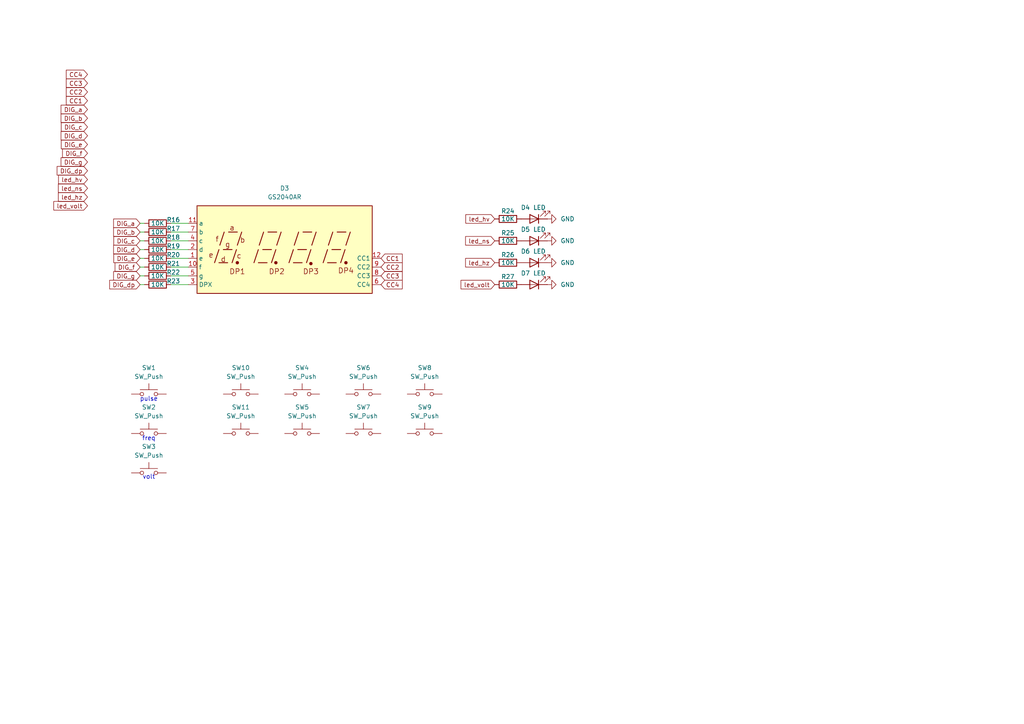
<source format=kicad_sch>
(kicad_sch (version 20231120) (generator "eeschema") (generator_version "8.0")
  (paper "A4")
  (lib_symbols
    (symbol "Device:LED" (pin_numbers hide) (pin_names (offset 1.016) hide)
      (property "Reference" "D" (at 0 2.54 0))
      (property "Value" "LED" (at 0 -2.54 0))
      (symbol "LED_0_1"
        (polyline (pts (xy -1.27 -1.27) (xy -1.27 1.27)) (stroke (width 0.254)))
        (polyline (pts (xy -1.27 0) (xy 1.27 0)))
        (polyline (pts (xy 1.27 -1.27) (xy 1.27 1.27) (xy -1.27 0) (xy 1.27 -1.27)) (stroke (width 0.254)))
        (polyline (pts (xy -3.048 -0.762) (xy -4.572 -2.286) (xy -3.81 -2.286) (xy -4.572 -2.286) (xy -4.572 -1.524)))
        (polyline (pts (xy -1.778 -0.762) (xy -3.302 -2.286) (xy -2.54 -2.286) (xy -3.302 -2.286) (xy -3.302 -1.524)))
      )
      (symbol "LED_1_1"
        (pin passive line (at -3.81 0 0) (length 2.54) (name "K") (number "1"))
        (pin passive line (at 3.81 0 180) (length 2.54) (name "A") (number "2"))
      )
    )
    (symbol "Device:R" (pin_numbers hide) (pin_names (offset 0))
      (property "Reference" "R" (at 2.032 0 90))
      (property "Value" "R" (at 0 0 90))
      (symbol "R_0_1"
        (rectangle (start -1.016 -2.54) (end 1.016 2.54) (stroke (width 0.254)))
      )
      (symbol "R_1_1"
        (pin passive line (at 0 3.81 270) (length 1.27) (name "~") (number "1"))
        (pin passive line (at 0 -3.81 90) (length 1.27) (name "~") (number "2"))
      )
    )
    (symbol "Display_Character:CC56-12EWA"
      (property "Reference" "U" (at -24.13 13.97 0))
      (property "Value" "CC56-12EWA" (at 19.05 13.97 0))
      (symbol "CC56-12EWA_0_0"
        (rectangle (start -25.4 12.7) (end 25.4 -12.7) (stroke (width 0.254)) (fill (type background)))
        (polyline (pts (xy -20.32 -3.81) (xy -19.05 0)) (stroke (width 0.254)))
        (polyline (pts (xy -19.05 -3.81) (xy -16.51 -3.81)) (stroke (width 0.254)))
        (polyline (pts (xy -18.796 1.27) (xy -17.526 5.08)) (stroke (width 0.254)))
        (polyline (pts (xy -17.78 0) (xy -15.24 0)) (stroke (width 0.254)))
        (polyline (pts (xy -16.256 5.08) (xy -13.716 5.08)) (stroke (width 0.254)))
        (polyline (pts (xy -15.24 -3.81) (xy -13.97 0)) (stroke (width 0.254)))
        (polyline (pts (xy -13.716 1.27) (xy -12.446 5.08)) (stroke (width 0.254)))
        (polyline (pts (xy -8.89 -3.81) (xy -7.62 0)) (stroke (width 0.254)))
        (polyline (pts (xy -7.62 -3.81) (xy -5.08 -3.81)) (stroke (width 0.254)))
        (polyline (pts (xy -7.366 1.27) (xy -6.096 5.08)) (stroke (width 0.254)))
        (polyline (pts (xy -6.35 0) (xy -3.81 0)) (stroke (width 0.254)))
        (polyline (pts (xy -4.826 5.08) (xy -2.286 5.08)) (stroke (width 0.254)))
        (polyline (pts (xy -3.81 -3.81) (xy -2.54 0)) (stroke (width 0.254)))
        (polyline (pts (xy -2.286 1.27) (xy -1.016 5.08)) (stroke (width 0.254)))
        (polyline (pts (xy 1.27 -3.81) (xy 2.54 0)) (stroke (width 0.254)))
        (polyline (pts (xy 2.54 -3.81) (xy 5.08 -3.81)) (stroke (width 0.254)))
        (polyline (pts (xy 2.794 1.27) (xy 4.064 5.08)) (stroke (width 0.254)))
        (polyline (pts (xy 3.81 0) (xy 6.35 0)) (stroke (width 0.254)))
        (polyline (pts (xy 5.334 5.08) (xy 7.874 5.08)) (stroke (width 0.254)))
        (polyline (pts (xy 6.35 -3.81) (xy 7.62 0)) (stroke (width 0.254)))
        (polyline (pts (xy 7.874 1.27) (xy 9.144 5.08)) (stroke (width 0.254)))
        (polyline (pts (xy 11.176 -3.81) (xy 12.446 0)) (stroke (width 0.254)))
        (polyline (pts (xy 12.446 -3.81) (xy 14.986 -3.81)) (stroke (width 0.254)))
        (polyline (pts (xy 12.7 1.27) (xy 13.97 5.08)) (stroke (width 0.254)))
        (polyline (pts (xy 13.716 0) (xy 16.256 0)) (stroke (width 0.254)))
        (polyline (pts (xy 15.24 5.08) (xy 17.78 5.08)) (stroke (width 0.254)))
        (polyline (pts (xy 16.256 -3.81) (xy 17.526 0)) (stroke (width 0.254)))
        (polyline (pts (xy 17.78 1.27) (xy 19.05 5.08)) (stroke (width 0.254)))
        (text "a" (at -15.24 6.35 0) (effects (font (size 1.524 1.524))))
        (text "b" (at -12.192 2.794 0) (effects (font (size 1.524 1.524))))
        (text "c" (at -13.208 -1.778 0) (effects (font (size 1.524 1.524))))
        (text "d" (at -17.78 -2.794 0) (effects (font (size 1.524 1.524))))
        (text "DP1" (at -13.716 -6.35 0) (effects (font (size 1.524 1.524))))
        (text "DP2" (at -2.286 -6.35 0) (effects (font (size 1.524 1.524))))
        (text "DP3" (at 7.62 -6.35 0) (effects (font (size 1.524 1.524))))
        (text "DP4" (at 17.78 -6.096 0) (effects (font (size 1.524 1.524))))
        (text "e" (at -21.336 -1.524 0) (effects (font (size 1.524 1.524))))
        (text "f" (at -19.558 3.048 0) (effects (font (size 1.524 1.524))))
        (text "g" (at -16.51 1.524 0) (effects (font (size 1.524 1.524))))
      )
      (symbol "CC56-12EWA_0_1"
        (circle (center -13.716 -3.81) (radius 0.3556) (stroke (width 0.254)) (fill (type outline)))
        (circle (center -2.54 -3.81) (radius 0.3556) (stroke (width 0.254)) (fill (type outline)))
      )
      (symbol "CC56-12EWA_1_0"
        (circle (center 7.62 -4.064) (radius 0.3556) (stroke (width 0.254)) (fill (type outline)))
        (circle (center 17.78 -3.81) (radius 0.3556) (stroke (width 0.254)) (fill (type outline)))
      )
      (symbol "CC56-12EWA_1_1"
        (pin input line (at -27.94 -2.54 0) (length 2.54) (name "e") (number "1"))
        (pin input line (at -27.94 -5.08 0) (length 2.54) (name "f") (number "10"))
        (pin input line (at -27.94 7.62 0) (length 2.54) (name "a") (number "11"))
        (pin input line (at 27.94 -2.54 180) (length 2.54) (name "CC1") (number "12"))
        (pin input line (at -27.94 0 0) (length 2.54) (name "d") (number "2"))
        (pin input line (at -27.94 -10.16 0) (length 2.54) (name "DPX") (number "3"))
        (pin input line (at -27.94 2.54 0) (length 2.54) (name "c") (number "4"))
        (pin input line (at -27.94 -7.62 0) (length 2.54) (name "g") (number "5"))
        (pin input line (at 27.94 -10.16 180) (length 2.54) (name "CC4") (number "6"))
        (pin input line (at -27.94 5.08 0) (length 2.54) (name "b") (number "7"))
        (pin input line (at 27.94 -7.62 180) (length 2.54) (name "CC3") (number "8"))
        (pin input line (at 27.94 -5.08 180) (length 2.54) (name "CC2") (number "9"))
      )
    )
    (symbol "Switch:SW_Push" (pin_numbers hide) (pin_names (offset 1.016) hide)
      (property "Reference" "SW" (at 1.27 2.54 0))
      (property "Value" "SW_Push" (at 0 -1.524 0))
      (symbol "SW_Push_0_1"
        (circle (center -2.032 0) (radius 0.508))
        (polyline (pts (xy 0 1.27) (xy 0 3.048)))
        (polyline (pts (xy 2.54 1.27) (xy -2.54 1.27)))
        (circle (center 2.032 0) (radius 0.508))
        (pin passive line (at -5.08 0 0) (length 2.54) (name "1") (number "1"))
        (pin passive line (at 5.08 0 180) (length 2.54) (name "2") (number "2"))
      )
    )
    (symbol "power:GND" (power) (pin_numbers hide) (pin_names (offset 0) hide)
      (property "Value" "GND" (at 0 -3.81 0))
      (symbol "GND_0_1"
        (polyline (pts (xy 0 0) (xy 0 -1.27) (xy 1.27 -1.27) (xy 0 -2.54) (xy -1.27 -1.27) (xy 0 -1.27)))
      )
      (symbol "GND_1_1"
        (pin power_in line (at 0 0 270) (length 0) (name "~") (number "1"))
      )
    )
  )
  (wire (pts (xy 49.53 67.31) (xy 54.61 67.31)))
  (wire (pts (xy 49.53 72.39) (xy 54.61 72.39)))
  (wire (pts (xy 49.53 74.93) (xy 54.61 74.93)))
  (wire (pts (xy 40.64 67.31) (xy 41.91 67.31)))
  (wire (pts (xy 40.64 74.93) (xy 41.91 74.93)))
  (wire (pts (xy 40.64 80.01) (xy 41.91 80.01)))
  (wire (pts (xy 40.64 77.47) (xy 41.91 77.47)))
  (wire (pts (xy 49.53 64.77) (xy 54.61 64.77)))
  (wire (pts (xy 40.64 82.55) (xy 41.91 82.55)))
  (wire (pts (xy 40.64 72.39) (xy 41.91 72.39)))
  (wire (pts (xy 49.53 77.47) (xy 54.61 77.47)))
  (wire (pts (xy 49.5146 69.85) (xy 54.61 69.85)))
  (wire (pts (xy 40.64 64.77) (xy 41.91 64.77)))
  (wire (pts (xy 49.53 82.55) (xy 54.61 82.55)))
  (wire (pts (xy 40.64 69.85) (xy 41.8946 69.85)))
  (wire (pts (xy 49.53 80.01) (xy 54.61 80.01)))
  (text "freq" (at 43.18 127.254 0) (effects (font (size 1.27 1.27))))
  (text "volt" (at 43.18 138.43 0) (effects (font (size 1.27 1.27))))
  (text "pulse" (at 43.18 115.824 0) (effects (font (size 1.27 1.27))))
  (global_label "CC1" (shape input) (at 110.49 74.93 0) (property "Intersheetrefs" "${INTERSHEET_REFS}" (effects (hide yes))))
  (global_label "CC3" (shape input) (at 25.4 24.13 180) (property "Intersheetrefs" "${INTERSHEET_REFS}" (effects (hide yes))))
  (global_label "DIG_c" (shape input) (at 40.64 69.85 180) (property "Intersheetrefs" "${INTERSHEET_REFS}" (effects (hide yes))))
  (global_label "led_hv" (shape input) (at 25.4 52.07 180) (property "Intersheetrefs" "${INTERSHEET_REFS}" (effects (hide yes))))
  (global_label "led_hz" (shape input) (at 25.4 57.15 180) (property "Intersheetrefs" "${INTERSHEET_REFS}" (effects (hide yes))))
  (global_label "led_hv" (shape input) (at 143.51 63.5 180) (property "Intersheetrefs" "${INTERSHEET_REFS}" (effects (hide yes))))
  (global_label "DIG_e" (shape input) (at 40.64 74.93 180) (property "Intersheetrefs" "${INTERSHEET_REFS}" (effects (hide yes))))
  (global_label "CC3" (shape input) (at 110.49 80.01 0) (property "Intersheetrefs" "${INTERSHEET_REFS}" (effects (hide yes))))
  (global_label "DIG_f" (shape input) (at 40.64 77.47 180) (property "Intersheetrefs" "${INTERSHEET_REFS}" (effects (hide yes))))
  (global_label "DIG_b" (shape input) (at 25.4 34.29 180) (property "Intersheetrefs" "${INTERSHEET_REFS}" (effects (hide yes))))
  (global_label "DIG_c" (shape input) (at 25.4 36.83 180) (property "Intersheetrefs" "${INTERSHEET_REFS}" (effects (hide yes))))
  (global_label "DIG_d" (shape input) (at 40.64 72.39 180) (property "Intersheetrefs" "${INTERSHEET_REFS}" (effects (hide yes))))
  (global_label "CC2" (shape input) (at 110.49 77.47 0) (property "Intersheetrefs" "${INTERSHEET_REFS}" (effects (hide yes))))
  (global_label "DIG_g" (shape input) (at 40.64 80.01 180) (property "Intersheetrefs" "${INTERSHEET_REFS}" (effects (hide yes))))
  (global_label "DIG_dp" (shape input) (at 40.64 82.55 180) (property "Intersheetrefs" "${INTERSHEET_REFS}" (effects (hide yes))))
  (global_label "led_volt" (shape input) (at 143.51 82.55 180) (property "Intersheetrefs" "${INTERSHEET_REFS}" (effects (hide yes))))
  (global_label "led_volt" (shape input) (at 25.4 59.69 180) (property "Intersheetrefs" "${INTERSHEET_REFS}" (effects (hide yes))))
  (global_label "led_ns" (shape input) (at 25.4 54.61 180) (property "Intersheetrefs" "${INTERSHEET_REFS}" (effects (hide yes))))
  (global_label "DIG_a" (shape input) (at 25.4 31.75 180) (property "Intersheetrefs" "${INTERSHEET_REFS}" (effects (hide yes))))
  (global_label "CC4" (shape input) (at 110.49 82.55 0) (property "Intersheetrefs" "${INTERSHEET_REFS}" (effects (hide yes))))
  (global_label "DIG_b" (shape input) (at 40.64 67.31 180) (property "Intersheetrefs" "${INTERSHEET_REFS}" (effects (hide yes))))
  (global_label "CC4" (shape input) (at 25.4 21.59 180) (property "Intersheetrefs" "${INTERSHEET_REFS}" (effects (hide yes))))
  (global_label "CC1" (shape input) (at 25.4 29.21 180) (property "Intersheetrefs" "${INTERSHEET_REFS}" (effects (hide yes))))
  (global_label "CC2" (shape input) (at 25.4 26.67 180) (property "Intersheetrefs" "${INTERSHEET_REFS}" (effects (hide yes))))
  (global_label "DIG_dp" (shape input) (at 25.4 49.53 180) (property "Intersheetrefs" "${INTERSHEET_REFS}" (effects (hide yes))))
  (global_label "DIG_g" (shape input) (at 25.4 46.99 180) (property "Intersheetrefs" "${INTERSHEET_REFS}" (effects (hide yes))))
  (global_label "led_ns" (shape input) (at 143.51 69.85 180) (property "Intersheetrefs" "${INTERSHEET_REFS}" (effects (hide yes))))
  (global_label "DIG_a" (shape input) (at 40.64 64.77 180) (property "Intersheetrefs" "${INTERSHEET_REFS}" (effects (hide yes))))
  (global_label "DIG_d" (shape input) (at 25.4 39.37 180) (property "Intersheetrefs" "${INTERSHEET_REFS}" (effects (hide yes))))
  (global_label "led_hz" (shape input) (at 143.51 76.2 180) (property "Intersheetrefs" "${INTERSHEET_REFS}" (effects (hide yes))))
  (global_label "DIG_e" (shape input) (at 25.4 41.91 180) (property "Intersheetrefs" "${INTERSHEET_REFS}" (effects (hide yes))))
  (global_label "DIG_f" (shape input) (at 25.4 44.45 180) (property "Intersheetrefs" "${INTERSHEET_REFS}" (effects (hide yes))))
  (symbol (lib_id "Device:LED") (at 154.94 76.2 180) (unit 1)
    (property "Reference" "D6" (at 152.4 72.898 0))
    (property "Value" "LED" (at 156.464 72.898 0))
    (property "Description" "Light emitting diode" (effects (hide yes)))
  )
  (symbol (lib_id "Switch:SW_Push") (at 43.18 125.73 0) (unit 1)
    (property "Reference" "SW2" (at 43.18 118.11 0))
    (property "Value" "SW_Push" (at 43.18 120.65 0))
    (property "Description" "Push button switch, generic, two pins" (effects (hide yes)))
  )
  (symbol (lib_id "Switch:SW_Push") (at 69.85 125.73 0) (unit 1)
    (property "Reference" "SW11" (at 69.85 118.11 0))
    (property "Value" "SW_Push" (at 69.85 120.65 0))
    (property "Description" "Push button switch, generic, two pins" (effects (hide yes)))
  )
  (symbol (lib_id "Switch:SW_Push") (at 43.18 137.16 0) (unit 1)
    (property "Reference" "SW3" (at 43.18 129.54 0))
    (property "Value" "SW_Push" (at 43.18 132.08 0))
    (property "Description" "Push button switch, generic, two pins" (effects (hide yes)))
  )
  (symbol (lib_id "Device:R") (at 147.32 69.85 90) (unit 1)
    (property "Reference" "R25" (at 147.32 67.564 90))
    (property "Value" "10K" (at 147.32 69.85 90))
    (property "Description" "Resistor" (effects (hide yes)))
  )
  (symbol (lib_id "Display_Character:CC56-12EWA") (at 82.55 72.39 0) (unit 1)
    (property "Reference" "D3" (at 82.55 54.61 0))
    (property "Value" "GS2040AR" (at 82.55 57.15 0))
    (property "Footprint" "Display_7Segment:CA56-12EWA" (effects (hide yes)))
    (property "Datasheet" "http://www.kingbrightusa.com/images/catalog/SPEC/CA56-12EWA.pdf" (effects (hide yes)))
    (property "Description" "4 digit 7 segment high efficiency red LED, common cathode" (effects (hide yes)))
  )
  (symbol (lib_id "Switch:SW_Push") (at 123.19 114.3 0) (unit 1)
    (property "Reference" "SW8" (at 123.19 106.68 0))
    (property "Value" "SW_Push" (at 123.19 109.22 0))
    (property "Description" "Push button switch, generic, two pins" (effects (hide yes)))
  )
  (symbol (lib_id "Switch:SW_Push") (at 105.41 125.73 0) (unit 1)
    (property "Reference" "SW7" (at 105.41 118.11 0))
    (property "Value" "SW_Push" (at 105.41 120.65 0))
    (property "Description" "Push button switch, generic, two pins" (effects (hide yes)))
  )
  (symbol (lib_id "Device:R") (at 45.72 74.93 90) (unit 1)
    (property "Reference" "R20" (at 50.292 73.914 90))
    (property "Value" "10K" (at 45.72 74.93 90))
    (property "Description" "Resistor" (effects (hide yes)))
  )
  (symbol (lib_id "Device:R") (at 45.72 82.55 90) (unit 1)
    (property "Reference" "R23" (at 50.292 81.534 90))
    (property "Value" "10K" (at 45.72 82.55 90))
    (property "Description" "Resistor" (effects (hide yes)))
  )
  (symbol (lib_id "power:GND") (at 158.75 63.5 90) (unit 1)
    (property "Reference" "#PWR041" (effects (hide yes)))
    (property "Value" "GND" (at 162.56 63.4999 90) (effects (justify right)))
    (property "Description" "Power symbol creates a global label with name \"GND\" , ground" (effects (hide yes)))
  )
  (symbol (lib_id "Device:R") (at 147.32 63.5 90) (unit 1)
    (property "Reference" "R24" (at 147.32 61.214 90))
    (property "Value" "10K" (at 147.32 63.5 90))
    (property "Description" "Resistor" (effects (hide yes)))
  )
  (symbol (lib_id "Device:LED") (at 154.94 82.55 180) (unit 1)
    (property "Reference" "D7" (at 152.4 79.248 0))
    (property "Value" "LED" (at 156.464 79.248 0))
    (property "Description" "Light emitting diode" (effects (hide yes)))
  )
  (symbol (lib_id "power:GND") (at 158.75 82.55 90) (unit 1)
    (property "Reference" "#PWR044" (effects (hide yes)))
    (property "Value" "GND" (at 162.56 82.5499 90) (effects (justify right)))
    (property "Description" "Power symbol creates a global label with name \"GND\" , ground" (effects (hide yes)))
  )
  (symbol (lib_id "Switch:SW_Push") (at 43.18 114.3 0) (unit 1)
    (property "Reference" "SW1" (at 43.18 106.68 0))
    (property "Value" "SW_Push" (at 43.18 109.22 0))
    (property "Description" "Push button switch, generic, two pins" (effects (hide yes)))
  )
  (symbol (lib_id "Device:R") (at 45.7046 69.85 90) (unit 1)
    (property "Reference" "R18" (at 50.2766 68.834 90))
    (property "Value" "10K" (at 45.7046 69.85 90))
    (property "Description" "Resistor" (effects (hide yes)))
  )
  (symbol (lib_id "Switch:SW_Push") (at 105.41 114.3 0) (unit 1)
    (property "Reference" "SW6" (at 105.41 106.68 0))
    (property "Value" "SW_Push" (at 105.41 109.22 0))
    (property "Description" "Push button switch, generic, two pins" (effects (hide yes)))
  )
  (symbol (lib_id "Switch:SW_Push") (at 87.63 114.3 0) (unit 1)
    (property "Reference" "SW4" (at 87.63 106.68 0))
    (property "Value" "SW_Push" (at 87.63 109.22 0))
    (property "Description" "Push button switch, generic, two pins" (effects (hide yes)))
  )
  (symbol (lib_id "Device:R") (at 147.32 76.2 90) (unit 1)
    (property "Reference" "R26" (at 147.32 73.914 90))
    (property "Value" "10K" (at 147.32 76.2 90))
    (property "Description" "Resistor" (effects (hide yes)))
  )
  (symbol (lib_id "Device:R") (at 45.72 67.31 90) (unit 1)
    (property "Reference" "R17" (at 50.292 66.294 90))
    (property "Value" "10K" (at 45.72 67.31 90))
    (property "Description" "Resistor" (effects (hide yes)))
  )
  (symbol (lib_id "Device:R") (at 45.72 64.77 90) (unit 1)
    (property "Reference" "R16" (at 50.292 63.754 90))
    (property "Value" "10K" (at 45.72 64.77 90))
    (property "Description" "Resistor" (effects (hide yes)))
  )
  (symbol (lib_id "Switch:SW_Push") (at 69.85 114.3 0) (unit 1)
    (property "Reference" "SW10" (at 69.85 106.68 0))
    (property "Value" "SW_Push" (at 69.85 109.22 0))
    (property "Description" "Push button switch, generic, two pins" (effects (hide yes)))
  )
  (symbol (lib_id "Device:LED") (at 154.94 69.85 180) (unit 1)
    (property "Reference" "D5" (at 152.4 66.548 0))
    (property "Value" "LED" (at 156.464 66.548 0))
    (property "Description" "Light emitting diode" (effects (hide yes)))
  )
  (symbol (lib_id "Switch:SW_Push") (at 123.19 125.73 0) (unit 1)
    (property "Reference" "SW9" (at 123.19 118.11 0))
    (property "Value" "SW_Push" (at 123.19 120.65 0))
    (property "Description" "Push button switch, generic, two pins" (effects (hide yes)))
  )
  (symbol (lib_id "Device:R") (at 45.72 72.39 90) (unit 1)
    (property "Reference" "R19" (at 50.292 71.374 90))
    (property "Value" "10K" (at 45.72 72.39 90))
    (property "Description" "Resistor" (effects (hide yes)))
  )
  (symbol (lib_id "Device:R") (at 45.72 80.01 90) (unit 1)
    (property "Reference" "R22" (at 50.292 78.994 90))
    (property "Value" "10K" (at 45.72 80.01 90))
    (property "Description" "Resistor" (effects (hide yes)))
  )
  (symbol (lib_id "Device:R") (at 147.32 82.55 90) (unit 1)
    (property "Reference" "R27" (at 147.32 80.264 90))
    (property "Value" "10K" (at 147.32 82.55 90))
    (property "Description" "Resistor" (effects (hide yes)))
  )
  (symbol (lib_id "power:GND") (at 158.75 69.85 90) (unit 1)
    (property "Reference" "#PWR042" (effects (hide yes)))
    (property "Value" "GND" (at 162.56 69.8499 90) (effects (justify right)))
    (property "Description" "Power symbol creates a global label with name \"GND\" , ground" (effects (hide yes)))
  )
  (symbol (lib_id "Device:R") (at 45.72 77.47 90) (unit 1)
    (property "Reference" "R21" (at 50.292 76.454 90))
    (property "Value" "10K" (at 45.72 77.47 90))
    (property "Description" "Resistor" (effects (hide yes)))
  )
  (symbol (lib_id "Device:LED") (at 154.94 63.5 180) (unit 1)
    (property "Reference" "D4" (at 152.4 60.198 0))
    (property "Value" "LED" (at 156.464 60.198 0))
    (property "Description" "Light emitting diode" (effects (hide yes)))
  )
  (symbol (lib_id "Switch:SW_Push") (at 87.63 125.73 0) (unit 1)
    (property "Reference" "SW5" (at 87.63 118.11 0))
    (property "Value" "SW_Push" (at 87.63 120.65 0))
    (property "Description" "Push button switch, generic, two pins" (effects (hide yes)))
  )
  (symbol (lib_id "power:GND") (at 158.75 76.2 90) (unit 1)
    (property "Reference" "#PWR043" (effects (hide yes)))
    (property "Value" "GND" (at 162.56 76.1999 90) (effects (justify right)))
    (property "Description" "Power symbol creates a global label with name \"GND\" , ground" (effects (hide yes)))
  )
)
</source>
